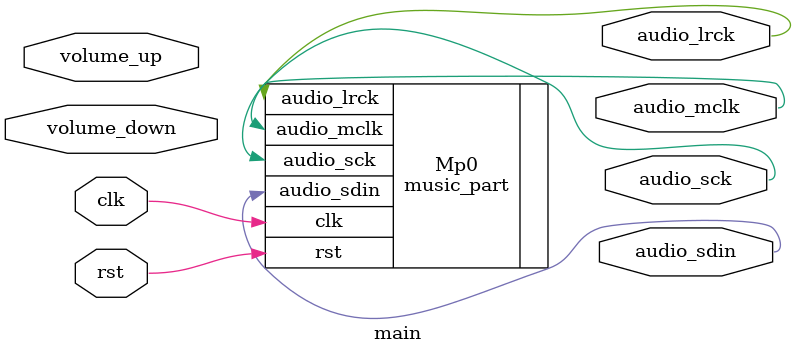
<source format=v>
module main (
    input clk,
    input rst,
    input volume_up,
    input volume_down,
    output audio_mclk,      // master clock
    output audio_lrck,      // left-right clock
    output audio_sck,       // serial clock
    output audio_sdin       // serial audio data input
);

    music_part Mp0(
        .clk(clk),
        .rst(rst),
        .audio_mclk(audio_mclk),      // master clock
        .audio_lrck(audio_lrck),      // left-right clock
        .audio_sck(audio_sck),       // serial clock
        .audio_sdin(audio_sdin) 
    );

endmodule
</source>
